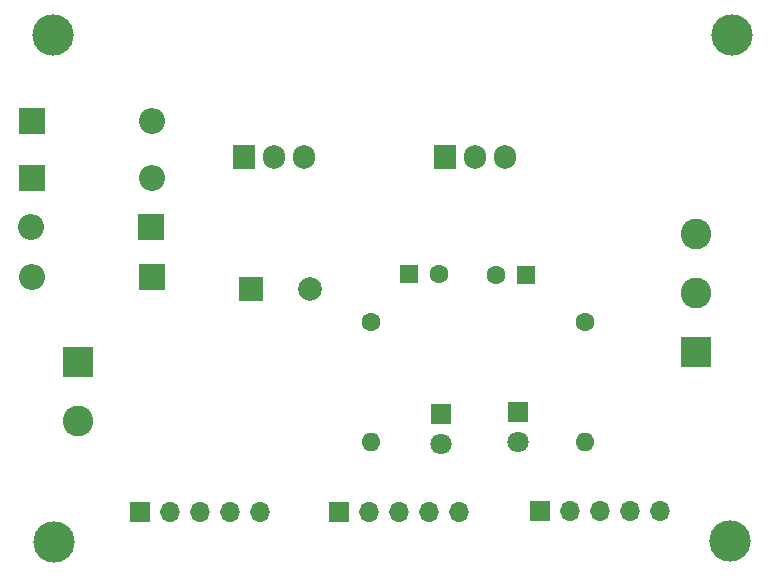
<source format=gbr>
%TF.GenerationSoftware,KiCad,Pcbnew,8.0.7*%
%TF.CreationDate,2025-08-08T15:29:20+05:30*%
%TF.ProjectId,power board_v1,706f7765-7220-4626-9f61-72645f76312e,rev?*%
%TF.SameCoordinates,Original*%
%TF.FileFunction,Soldermask,Bot*%
%TF.FilePolarity,Negative*%
%FSLAX46Y46*%
G04 Gerber Fmt 4.6, Leading zero omitted, Abs format (unit mm)*
G04 Created by KiCad (PCBNEW 8.0.7) date 2025-08-08 15:29:20*
%MOMM*%
%LPD*%
G01*
G04 APERTURE LIST*
%ADD10R,2.200000X2.200000*%
%ADD11O,2.200000X2.200000*%
%ADD12C,3.500000*%
%ADD13R,1.905000X2.000000*%
%ADD14O,1.905000X2.000000*%
%ADD15R,1.700000X1.700000*%
%ADD16O,1.700000X1.700000*%
%ADD17C,1.600000*%
%ADD18O,1.600000X1.600000*%
%ADD19R,1.800000X1.800000*%
%ADD20C,1.800000*%
%ADD21R,2.600000X2.600000*%
%ADD22C,2.600000*%
%ADD23R,1.600000X1.600000*%
%ADD24R,2.000000X2.000000*%
%ADD25C,2.000000*%
G04 APERTURE END LIST*
D10*
%TO.C,D2*%
X35620000Y-50450000D03*
D11*
X45780000Y-50450000D03*
%TD*%
D12*
%TO.C,H4*%
X37450000Y-81275000D03*
%TD*%
D13*
%TO.C,U2*%
X53560000Y-48695000D03*
D14*
X56100000Y-48695000D03*
X58640000Y-48695000D03*
%TD*%
D12*
%TO.C,H1*%
X37400000Y-38350000D03*
%TD*%
D10*
%TO.C,D1*%
X35645000Y-45675000D03*
D11*
X45805000Y-45675000D03*
%TD*%
D15*
%TO.C,J3*%
X44745000Y-78775000D03*
D16*
X47285000Y-78775000D03*
X49825000Y-78775000D03*
X52365000Y-78775000D03*
X54905000Y-78775000D03*
%TD*%
D12*
%TO.C,H3*%
X94750000Y-81225000D03*
%TD*%
D17*
%TO.C,R2*%
X64300000Y-62670000D03*
D18*
X64300000Y-72830000D03*
%TD*%
D19*
%TO.C,D6*%
X70250000Y-70430000D03*
D20*
X70250000Y-72970000D03*
%TD*%
D15*
%TO.C,J4*%
X61645000Y-78775000D03*
D16*
X64185000Y-78775000D03*
X66725000Y-78775000D03*
X69265000Y-78775000D03*
X71805000Y-78775000D03*
%TD*%
D10*
%TO.C,D3*%
X45755000Y-58875000D03*
D11*
X35595000Y-58875000D03*
%TD*%
D21*
%TO.C,J1*%
X39500000Y-66075000D03*
D22*
X39500000Y-71075000D03*
%TD*%
D23*
%TO.C,C2*%
X77430113Y-58675000D03*
D17*
X74930113Y-58675000D03*
%TD*%
D21*
%TO.C,J2*%
X91875000Y-65200000D03*
D22*
X91875000Y-60200000D03*
X91875000Y-55200000D03*
%TD*%
D13*
%TO.C,U1*%
X70585000Y-48695000D03*
D14*
X73125000Y-48695000D03*
X75665000Y-48695000D03*
%TD*%
D10*
%TO.C,D4*%
X45730000Y-54675000D03*
D11*
X35570000Y-54675000D03*
%TD*%
D23*
%TO.C,C3*%
X67550000Y-58625000D03*
D17*
X70050000Y-58625000D03*
%TD*%
D19*
%TO.C,D5*%
X76750000Y-70280000D03*
D20*
X76750000Y-72820000D03*
%TD*%
D15*
%TO.C,J5*%
X78620000Y-78650000D03*
D16*
X81160000Y-78650000D03*
X83700000Y-78650000D03*
X86240000Y-78650000D03*
X88780000Y-78650000D03*
%TD*%
D12*
%TO.C,H2*%
X94850000Y-38350000D03*
%TD*%
D17*
%TO.C,R1*%
X82425000Y-62695000D03*
D18*
X82425000Y-72855000D03*
%TD*%
D24*
%TO.C,C1*%
X54182323Y-59850000D03*
D25*
X59182323Y-59850000D03*
%TD*%
M02*

</source>
